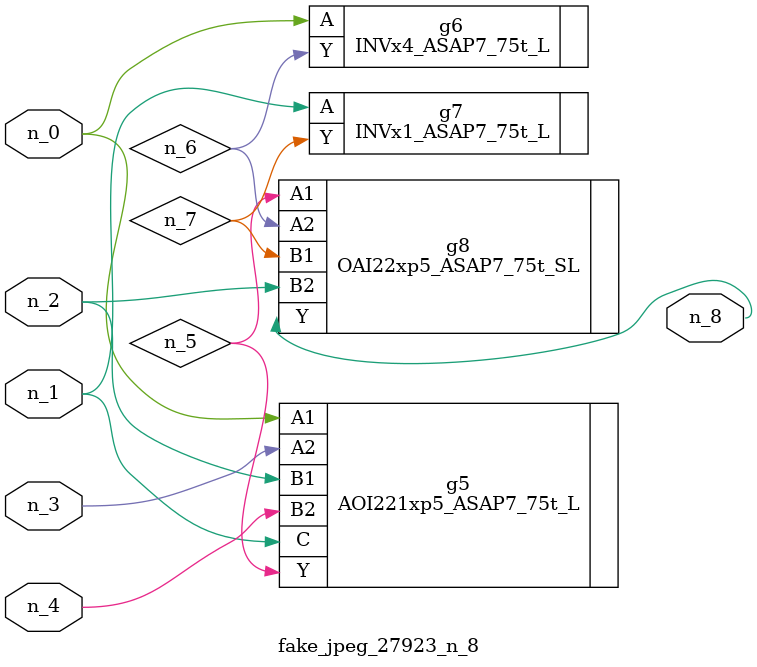
<source format=v>
module fake_jpeg_27923_n_8 (n_3, n_2, n_1, n_0, n_4, n_8);

input n_3;
input n_2;
input n_1;
input n_0;
input n_4;

output n_8;

wire n_6;
wire n_5;
wire n_7;

AOI221xp5_ASAP7_75t_L g5 ( 
.A1(n_0),
.A2(n_3),
.B1(n_2),
.B2(n_4),
.C(n_1),
.Y(n_5)
);

INVx4_ASAP7_75t_L g6 ( 
.A(n_0),
.Y(n_6)
);

INVx1_ASAP7_75t_L g7 ( 
.A(n_1),
.Y(n_7)
);

OAI22xp5_ASAP7_75t_SL g8 ( 
.A1(n_5),
.A2(n_6),
.B1(n_7),
.B2(n_2),
.Y(n_8)
);


endmodule
</source>
